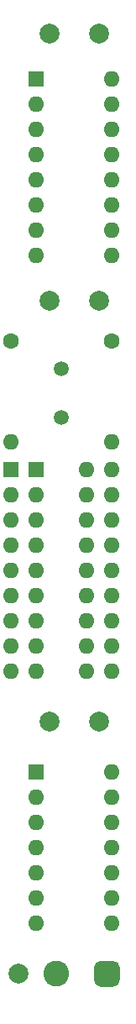
<source format=gbs>
%TF.GenerationSoftware,KiCad,Pcbnew,(5.1.9)-1*%
%TF.CreationDate,2021-05-07T21:51:07+08:00*%
%TF.ProjectId,DaveJonesTandy1000Turbo,44617665-4a6f-46e6-9573-54616e647931,rev?*%
%TF.SameCoordinates,Original*%
%TF.FileFunction,Soldermask,Bot*%
%TF.FilePolarity,Negative*%
%FSLAX46Y46*%
G04 Gerber Fmt 4.6, Leading zero omitted, Abs format (unit mm)*
G04 Created by KiCad (PCBNEW (5.1.9)-1) date 2021-05-07 21:51:07*
%MOMM*%
%LPD*%
G01*
G04 APERTURE LIST*
%ADD10O,1.600000X1.600000*%
%ADD11R,1.600000X1.600000*%
%ADD12C,1.600000*%
%ADD13C,1.500000*%
%ADD14C,2.600000*%
%ADD15C,2.000000*%
G04 APERTURE END LIST*
D10*
%TO.C,CN1*%
X151130000Y-97790000D03*
X143510000Y-118110000D03*
X151130000Y-100330000D03*
X143510000Y-115570000D03*
X151130000Y-102870000D03*
X143510000Y-113030000D03*
X151130000Y-105410000D03*
X143510000Y-110490000D03*
X151130000Y-107950000D03*
X143510000Y-107950000D03*
X151130000Y-110490000D03*
X143510000Y-105410000D03*
X151130000Y-113030000D03*
X143510000Y-102870000D03*
X151130000Y-115570000D03*
X143510000Y-100330000D03*
X151130000Y-118110000D03*
D11*
X143510000Y-97790000D03*
%TD*%
D10*
%TO.C,R2*%
X153670000Y-94996000D03*
D12*
X153670000Y-84836000D03*
%TD*%
D10*
%TO.C,R1*%
X143510000Y-94996000D03*
D12*
X143510000Y-84836000D03*
%TD*%
D13*
%TO.C,Y1*%
X148590000Y-92510000D03*
X148590000Y-87630000D03*
%TD*%
D10*
%TO.C,U3*%
X153670000Y-97790000D03*
X146050000Y-118110000D03*
X153670000Y-100330000D03*
X146050000Y-115570000D03*
X153670000Y-102870000D03*
X146050000Y-113030000D03*
X153670000Y-105410000D03*
X146050000Y-110490000D03*
X153670000Y-107950000D03*
X146050000Y-107950000D03*
X153670000Y-110490000D03*
X146050000Y-105410000D03*
X153670000Y-113030000D03*
X146050000Y-102870000D03*
X153670000Y-115570000D03*
X146050000Y-100330000D03*
X153670000Y-118110000D03*
D11*
X146050000Y-97790000D03*
%TD*%
D10*
%TO.C,U2*%
X153670000Y-128270000D03*
X146050000Y-143510000D03*
X153670000Y-130810000D03*
X146050000Y-140970000D03*
X153670000Y-133350000D03*
X146050000Y-138430000D03*
X153670000Y-135890000D03*
X146050000Y-135890000D03*
X153670000Y-138430000D03*
X146050000Y-133350000D03*
X153670000Y-140970000D03*
X146050000Y-130810000D03*
X153670000Y-143510000D03*
D11*
X146050000Y-128270000D03*
%TD*%
D10*
%TO.C,U1*%
X153670000Y-58420000D03*
X146050000Y-76200000D03*
X153670000Y-60960000D03*
X146050000Y-73660000D03*
X153670000Y-63500000D03*
X146050000Y-71120000D03*
X153670000Y-66040000D03*
X146050000Y-68580000D03*
X153670000Y-68580000D03*
X146050000Y-66040000D03*
X153670000Y-71120000D03*
X146050000Y-63500000D03*
X153670000Y-73660000D03*
X146050000Y-60960000D03*
X153670000Y-76200000D03*
D11*
X146050000Y-58420000D03*
%TD*%
D14*
%TO.C,SW1*%
X148082000Y-148590000D03*
G36*
G01*
X154462000Y-147940000D02*
X154462000Y-149240000D01*
G75*
G02*
X153812000Y-149890000I-650000J0D01*
G01*
X152512000Y-149890000D01*
G75*
G02*
X151862000Y-149240000I0J650000D01*
G01*
X151862000Y-147940000D01*
G75*
G02*
X152512000Y-147290000I650000J0D01*
G01*
X153812000Y-147290000D01*
G75*
G02*
X154462000Y-147940000I0J-650000D01*
G01*
G37*
%TD*%
D15*
%TO.C,J1*%
X144272000Y-148590000D03*
%TD*%
%TO.C,C3*%
X147400000Y-80772000D03*
X152400000Y-80772000D03*
%TD*%
%TO.C,C2*%
X147400000Y-123190000D03*
X152400000Y-123190000D03*
%TD*%
%TO.C,C1*%
X147400000Y-53848000D03*
X152400000Y-53848000D03*
%TD*%
M02*

</source>
